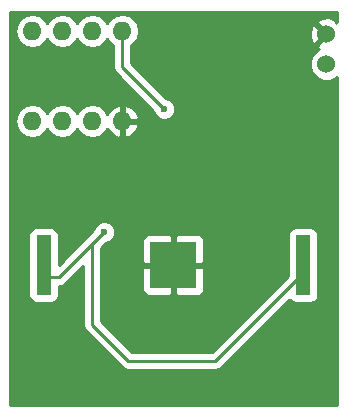
<source format=gbr>
G04 #@! TF.FileFunction,Copper,L2,Bot,Signal*
%FSLAX46Y46*%
G04 Gerber Fmt 4.6, Leading zero omitted, Abs format (unit mm)*
G04 Created by KiCad (PCBNEW 4.0.5+dfsg1-4) date Thu Mar 22 11:03:11 2018*
%MOMM*%
%LPD*%
G01*
G04 APERTURE LIST*
%ADD10C,0.100000*%
%ADD11R,3.960000X3.960000*%
%ADD12R,1.270000X5.080000*%
%ADD13O,1.600000X1.600000*%
%ADD14C,1.524000*%
%ADD15C,0.600000*%
%ADD16C,0.250000*%
%ADD17C,0.254000*%
G04 APERTURE END LIST*
D10*
D11*
X134874000Y-96266000D03*
D12*
X123889000Y-96266000D03*
X145859000Y-96266000D03*
D13*
X122936000Y-84074000D03*
X125476000Y-84074000D03*
X128016000Y-84074000D03*
X130556000Y-84074000D03*
X130556000Y-76454000D03*
X128016000Y-76454000D03*
X125476000Y-76454000D03*
X122936000Y-76454000D03*
D14*
X147828000Y-79248000D03*
X147828000Y-76708000D03*
D15*
X122428000Y-102616000D03*
X142494000Y-97790000D03*
X142494000Y-93726000D03*
X122174000Y-91186000D03*
X129032000Y-93472000D03*
X134112000Y-83058000D03*
D16*
X145785000Y-97300000D02*
X145524000Y-97300000D01*
X145524000Y-97300000D02*
X138430000Y-104394000D01*
X138430000Y-104394000D02*
X131064000Y-104394000D01*
X131064000Y-104394000D02*
X128016000Y-101346000D01*
X128016000Y-101346000D02*
X128016000Y-94488000D01*
X123815000Y-97300000D02*
X125204000Y-97300000D01*
X125204000Y-97300000D02*
X128016000Y-94488000D01*
X128016000Y-94488000D02*
X129032000Y-93472000D01*
X130556000Y-79502000D02*
X130556000Y-76454000D01*
X134112000Y-83058000D02*
X130556000Y-79502000D01*
D17*
G36*
X148717000Y-75639392D02*
X148628607Y-75727785D01*
X148559143Y-75485603D01*
X148035698Y-75298856D01*
X147480632Y-75326638D01*
X147096857Y-75485603D01*
X147027392Y-75727787D01*
X147828000Y-76528395D01*
X147842143Y-76514253D01*
X148021748Y-76693858D01*
X148007605Y-76708000D01*
X148021748Y-76722143D01*
X147842143Y-76901748D01*
X147828000Y-76887605D01*
X147027392Y-77688213D01*
X147096857Y-77930397D01*
X147237318Y-77980509D01*
X147037697Y-78062990D01*
X146644371Y-78455630D01*
X146431243Y-78968900D01*
X146430758Y-79524661D01*
X146642990Y-80038303D01*
X147035630Y-80431629D01*
X147548900Y-80644757D01*
X148104661Y-80645242D01*
X148618303Y-80433010D01*
X148717000Y-80334485D01*
X148717000Y-108077000D01*
X121031000Y-108077000D01*
X121031000Y-93726000D01*
X122606560Y-93726000D01*
X122606560Y-98806000D01*
X122650838Y-99041317D01*
X122789910Y-99257441D01*
X123002110Y-99402431D01*
X123254000Y-99453440D01*
X124524000Y-99453440D01*
X124759317Y-99409162D01*
X124975441Y-99270090D01*
X125120431Y-99057890D01*
X125171440Y-98806000D01*
X125171440Y-98060000D01*
X125204000Y-98060000D01*
X125494839Y-98002148D01*
X125741401Y-97837401D01*
X127256000Y-96322802D01*
X127256000Y-101346000D01*
X127313852Y-101636839D01*
X127478599Y-101883401D01*
X130526599Y-104931401D01*
X130773161Y-105096148D01*
X131064000Y-105154000D01*
X138430000Y-105154000D01*
X138720839Y-105096148D01*
X138967401Y-104931401D01*
X144713494Y-99185308D01*
X144759910Y-99257441D01*
X144972110Y-99402431D01*
X145224000Y-99453440D01*
X146494000Y-99453440D01*
X146729317Y-99409162D01*
X146945441Y-99270090D01*
X147090431Y-99057890D01*
X147141440Y-98806000D01*
X147141440Y-93726000D01*
X147097162Y-93490683D01*
X146958090Y-93274559D01*
X146745890Y-93129569D01*
X146494000Y-93078560D01*
X145224000Y-93078560D01*
X144988683Y-93122838D01*
X144772559Y-93261910D01*
X144627569Y-93474110D01*
X144576560Y-93726000D01*
X144576560Y-97172638D01*
X138115198Y-103634000D01*
X131378802Y-103634000D01*
X128776000Y-101031198D01*
X128776000Y-96551750D01*
X132259000Y-96551750D01*
X132259000Y-98372310D01*
X132355673Y-98605699D01*
X132534302Y-98784327D01*
X132767691Y-98881000D01*
X134588250Y-98881000D01*
X134747000Y-98722250D01*
X134747000Y-96393000D01*
X135001000Y-96393000D01*
X135001000Y-98722250D01*
X135159750Y-98881000D01*
X136980309Y-98881000D01*
X137213698Y-98784327D01*
X137392327Y-98605699D01*
X137489000Y-98372310D01*
X137489000Y-96551750D01*
X137330250Y-96393000D01*
X135001000Y-96393000D01*
X134747000Y-96393000D01*
X132417750Y-96393000D01*
X132259000Y-96551750D01*
X128776000Y-96551750D01*
X128776000Y-94802802D01*
X129171680Y-94407122D01*
X129217167Y-94407162D01*
X129560943Y-94265117D01*
X129666554Y-94159690D01*
X132259000Y-94159690D01*
X132259000Y-95980250D01*
X132417750Y-96139000D01*
X134747000Y-96139000D01*
X134747000Y-93809750D01*
X135001000Y-93809750D01*
X135001000Y-96139000D01*
X137330250Y-96139000D01*
X137489000Y-95980250D01*
X137489000Y-94159690D01*
X137392327Y-93926301D01*
X137213698Y-93747673D01*
X136980309Y-93651000D01*
X135159750Y-93651000D01*
X135001000Y-93809750D01*
X134747000Y-93809750D01*
X134588250Y-93651000D01*
X132767691Y-93651000D01*
X132534302Y-93747673D01*
X132355673Y-93926301D01*
X132259000Y-94159690D01*
X129666554Y-94159690D01*
X129824192Y-94002327D01*
X129966838Y-93658799D01*
X129967162Y-93286833D01*
X129825117Y-92943057D01*
X129562327Y-92679808D01*
X129218799Y-92537162D01*
X128846833Y-92536838D01*
X128503057Y-92678883D01*
X128239808Y-92941673D01*
X128097162Y-93285201D01*
X128097121Y-93332077D01*
X125171440Y-96257758D01*
X125171440Y-93726000D01*
X125127162Y-93490683D01*
X124988090Y-93274559D01*
X124775890Y-93129569D01*
X124524000Y-93078560D01*
X123254000Y-93078560D01*
X123018683Y-93122838D01*
X122802559Y-93261910D01*
X122657569Y-93474110D01*
X122606560Y-93726000D01*
X121031000Y-93726000D01*
X121031000Y-84045887D01*
X121501000Y-84045887D01*
X121501000Y-84102113D01*
X121610233Y-84651264D01*
X121921302Y-85116811D01*
X122386849Y-85427880D01*
X122936000Y-85537113D01*
X123485151Y-85427880D01*
X123950698Y-85116811D01*
X124206000Y-84734725D01*
X124461302Y-85116811D01*
X124926849Y-85427880D01*
X125476000Y-85537113D01*
X126025151Y-85427880D01*
X126490698Y-85116811D01*
X126746000Y-84734725D01*
X127001302Y-85116811D01*
X127466849Y-85427880D01*
X128016000Y-85537113D01*
X128565151Y-85427880D01*
X129030698Y-85116811D01*
X129300986Y-84712297D01*
X129403611Y-84929134D01*
X129818577Y-85305041D01*
X130206961Y-85465904D01*
X130429000Y-85343915D01*
X130429000Y-84201000D01*
X130683000Y-84201000D01*
X130683000Y-85343915D01*
X130905039Y-85465904D01*
X131293423Y-85305041D01*
X131708389Y-84929134D01*
X131947914Y-84423041D01*
X131826629Y-84201000D01*
X130683000Y-84201000D01*
X130429000Y-84201000D01*
X130409000Y-84201000D01*
X130409000Y-83947000D01*
X130429000Y-83947000D01*
X130429000Y-82804085D01*
X130683000Y-82804085D01*
X130683000Y-83947000D01*
X131826629Y-83947000D01*
X131947914Y-83724959D01*
X131708389Y-83218866D01*
X131293423Y-82842959D01*
X130905039Y-82682096D01*
X130683000Y-82804085D01*
X130429000Y-82804085D01*
X130206961Y-82682096D01*
X129818577Y-82842959D01*
X129403611Y-83218866D01*
X129300986Y-83435703D01*
X129030698Y-83031189D01*
X128565151Y-82720120D01*
X128016000Y-82610887D01*
X127466849Y-82720120D01*
X127001302Y-83031189D01*
X126746000Y-83413275D01*
X126490698Y-83031189D01*
X126025151Y-82720120D01*
X125476000Y-82610887D01*
X124926849Y-82720120D01*
X124461302Y-83031189D01*
X124206000Y-83413275D01*
X123950698Y-83031189D01*
X123485151Y-82720120D01*
X122936000Y-82610887D01*
X122386849Y-82720120D01*
X121921302Y-83031189D01*
X121610233Y-83496736D01*
X121501000Y-84045887D01*
X121031000Y-84045887D01*
X121031000Y-76425887D01*
X121501000Y-76425887D01*
X121501000Y-76482113D01*
X121610233Y-77031264D01*
X121921302Y-77496811D01*
X122386849Y-77807880D01*
X122936000Y-77917113D01*
X123485151Y-77807880D01*
X123950698Y-77496811D01*
X124206000Y-77114725D01*
X124461302Y-77496811D01*
X124926849Y-77807880D01*
X125476000Y-77917113D01*
X126025151Y-77807880D01*
X126490698Y-77496811D01*
X126746000Y-77114725D01*
X127001302Y-77496811D01*
X127466849Y-77807880D01*
X128016000Y-77917113D01*
X128565151Y-77807880D01*
X129030698Y-77496811D01*
X129286000Y-77114725D01*
X129541302Y-77496811D01*
X129796000Y-77666995D01*
X129796000Y-79502000D01*
X129853852Y-79792839D01*
X130018599Y-80039401D01*
X133176878Y-83197680D01*
X133176838Y-83243167D01*
X133318883Y-83586943D01*
X133581673Y-83850192D01*
X133925201Y-83992838D01*
X134297167Y-83993162D01*
X134640943Y-83851117D01*
X134904192Y-83588327D01*
X135046838Y-83244799D01*
X135047162Y-82872833D01*
X134905117Y-82529057D01*
X134642327Y-82265808D01*
X134298799Y-82123162D01*
X134251923Y-82123121D01*
X131316000Y-79187198D01*
X131316000Y-77666995D01*
X131570698Y-77496811D01*
X131881767Y-77031264D01*
X131987381Y-76500302D01*
X146418856Y-76500302D01*
X146446638Y-77055368D01*
X146605603Y-77439143D01*
X146847787Y-77508608D01*
X147648395Y-76708000D01*
X146847787Y-75907392D01*
X146605603Y-75976857D01*
X146418856Y-76500302D01*
X131987381Y-76500302D01*
X131991000Y-76482113D01*
X131991000Y-76425887D01*
X131881767Y-75876736D01*
X131570698Y-75411189D01*
X131105151Y-75100120D01*
X130556000Y-74990887D01*
X130006849Y-75100120D01*
X129541302Y-75411189D01*
X129286000Y-75793275D01*
X129030698Y-75411189D01*
X128565151Y-75100120D01*
X128016000Y-74990887D01*
X127466849Y-75100120D01*
X127001302Y-75411189D01*
X126746000Y-75793275D01*
X126490698Y-75411189D01*
X126025151Y-75100120D01*
X125476000Y-74990887D01*
X124926849Y-75100120D01*
X124461302Y-75411189D01*
X124206000Y-75793275D01*
X123950698Y-75411189D01*
X123485151Y-75100120D01*
X122936000Y-74990887D01*
X122386849Y-75100120D01*
X121921302Y-75411189D01*
X121610233Y-75876736D01*
X121501000Y-76425887D01*
X121031000Y-76425887D01*
X121031000Y-74803000D01*
X148717000Y-74803000D01*
X148717000Y-75639392D01*
X148717000Y-75639392D01*
G37*
X148717000Y-75639392D02*
X148628607Y-75727785D01*
X148559143Y-75485603D01*
X148035698Y-75298856D01*
X147480632Y-75326638D01*
X147096857Y-75485603D01*
X147027392Y-75727787D01*
X147828000Y-76528395D01*
X147842143Y-76514253D01*
X148021748Y-76693858D01*
X148007605Y-76708000D01*
X148021748Y-76722143D01*
X147842143Y-76901748D01*
X147828000Y-76887605D01*
X147027392Y-77688213D01*
X147096857Y-77930397D01*
X147237318Y-77980509D01*
X147037697Y-78062990D01*
X146644371Y-78455630D01*
X146431243Y-78968900D01*
X146430758Y-79524661D01*
X146642990Y-80038303D01*
X147035630Y-80431629D01*
X147548900Y-80644757D01*
X148104661Y-80645242D01*
X148618303Y-80433010D01*
X148717000Y-80334485D01*
X148717000Y-108077000D01*
X121031000Y-108077000D01*
X121031000Y-93726000D01*
X122606560Y-93726000D01*
X122606560Y-98806000D01*
X122650838Y-99041317D01*
X122789910Y-99257441D01*
X123002110Y-99402431D01*
X123254000Y-99453440D01*
X124524000Y-99453440D01*
X124759317Y-99409162D01*
X124975441Y-99270090D01*
X125120431Y-99057890D01*
X125171440Y-98806000D01*
X125171440Y-98060000D01*
X125204000Y-98060000D01*
X125494839Y-98002148D01*
X125741401Y-97837401D01*
X127256000Y-96322802D01*
X127256000Y-101346000D01*
X127313852Y-101636839D01*
X127478599Y-101883401D01*
X130526599Y-104931401D01*
X130773161Y-105096148D01*
X131064000Y-105154000D01*
X138430000Y-105154000D01*
X138720839Y-105096148D01*
X138967401Y-104931401D01*
X144713494Y-99185308D01*
X144759910Y-99257441D01*
X144972110Y-99402431D01*
X145224000Y-99453440D01*
X146494000Y-99453440D01*
X146729317Y-99409162D01*
X146945441Y-99270090D01*
X147090431Y-99057890D01*
X147141440Y-98806000D01*
X147141440Y-93726000D01*
X147097162Y-93490683D01*
X146958090Y-93274559D01*
X146745890Y-93129569D01*
X146494000Y-93078560D01*
X145224000Y-93078560D01*
X144988683Y-93122838D01*
X144772559Y-93261910D01*
X144627569Y-93474110D01*
X144576560Y-93726000D01*
X144576560Y-97172638D01*
X138115198Y-103634000D01*
X131378802Y-103634000D01*
X128776000Y-101031198D01*
X128776000Y-96551750D01*
X132259000Y-96551750D01*
X132259000Y-98372310D01*
X132355673Y-98605699D01*
X132534302Y-98784327D01*
X132767691Y-98881000D01*
X134588250Y-98881000D01*
X134747000Y-98722250D01*
X134747000Y-96393000D01*
X135001000Y-96393000D01*
X135001000Y-98722250D01*
X135159750Y-98881000D01*
X136980309Y-98881000D01*
X137213698Y-98784327D01*
X137392327Y-98605699D01*
X137489000Y-98372310D01*
X137489000Y-96551750D01*
X137330250Y-96393000D01*
X135001000Y-96393000D01*
X134747000Y-96393000D01*
X132417750Y-96393000D01*
X132259000Y-96551750D01*
X128776000Y-96551750D01*
X128776000Y-94802802D01*
X129171680Y-94407122D01*
X129217167Y-94407162D01*
X129560943Y-94265117D01*
X129666554Y-94159690D01*
X132259000Y-94159690D01*
X132259000Y-95980250D01*
X132417750Y-96139000D01*
X134747000Y-96139000D01*
X134747000Y-93809750D01*
X135001000Y-93809750D01*
X135001000Y-96139000D01*
X137330250Y-96139000D01*
X137489000Y-95980250D01*
X137489000Y-94159690D01*
X137392327Y-93926301D01*
X137213698Y-93747673D01*
X136980309Y-93651000D01*
X135159750Y-93651000D01*
X135001000Y-93809750D01*
X134747000Y-93809750D01*
X134588250Y-93651000D01*
X132767691Y-93651000D01*
X132534302Y-93747673D01*
X132355673Y-93926301D01*
X132259000Y-94159690D01*
X129666554Y-94159690D01*
X129824192Y-94002327D01*
X129966838Y-93658799D01*
X129967162Y-93286833D01*
X129825117Y-92943057D01*
X129562327Y-92679808D01*
X129218799Y-92537162D01*
X128846833Y-92536838D01*
X128503057Y-92678883D01*
X128239808Y-92941673D01*
X128097162Y-93285201D01*
X128097121Y-93332077D01*
X125171440Y-96257758D01*
X125171440Y-93726000D01*
X125127162Y-93490683D01*
X124988090Y-93274559D01*
X124775890Y-93129569D01*
X124524000Y-93078560D01*
X123254000Y-93078560D01*
X123018683Y-93122838D01*
X122802559Y-93261910D01*
X122657569Y-93474110D01*
X122606560Y-93726000D01*
X121031000Y-93726000D01*
X121031000Y-84045887D01*
X121501000Y-84045887D01*
X121501000Y-84102113D01*
X121610233Y-84651264D01*
X121921302Y-85116811D01*
X122386849Y-85427880D01*
X122936000Y-85537113D01*
X123485151Y-85427880D01*
X123950698Y-85116811D01*
X124206000Y-84734725D01*
X124461302Y-85116811D01*
X124926849Y-85427880D01*
X125476000Y-85537113D01*
X126025151Y-85427880D01*
X126490698Y-85116811D01*
X126746000Y-84734725D01*
X127001302Y-85116811D01*
X127466849Y-85427880D01*
X128016000Y-85537113D01*
X128565151Y-85427880D01*
X129030698Y-85116811D01*
X129300986Y-84712297D01*
X129403611Y-84929134D01*
X129818577Y-85305041D01*
X130206961Y-85465904D01*
X130429000Y-85343915D01*
X130429000Y-84201000D01*
X130683000Y-84201000D01*
X130683000Y-85343915D01*
X130905039Y-85465904D01*
X131293423Y-85305041D01*
X131708389Y-84929134D01*
X131947914Y-84423041D01*
X131826629Y-84201000D01*
X130683000Y-84201000D01*
X130429000Y-84201000D01*
X130409000Y-84201000D01*
X130409000Y-83947000D01*
X130429000Y-83947000D01*
X130429000Y-82804085D01*
X130683000Y-82804085D01*
X130683000Y-83947000D01*
X131826629Y-83947000D01*
X131947914Y-83724959D01*
X131708389Y-83218866D01*
X131293423Y-82842959D01*
X130905039Y-82682096D01*
X130683000Y-82804085D01*
X130429000Y-82804085D01*
X130206961Y-82682096D01*
X129818577Y-82842959D01*
X129403611Y-83218866D01*
X129300986Y-83435703D01*
X129030698Y-83031189D01*
X128565151Y-82720120D01*
X128016000Y-82610887D01*
X127466849Y-82720120D01*
X127001302Y-83031189D01*
X126746000Y-83413275D01*
X126490698Y-83031189D01*
X126025151Y-82720120D01*
X125476000Y-82610887D01*
X124926849Y-82720120D01*
X124461302Y-83031189D01*
X124206000Y-83413275D01*
X123950698Y-83031189D01*
X123485151Y-82720120D01*
X122936000Y-82610887D01*
X122386849Y-82720120D01*
X121921302Y-83031189D01*
X121610233Y-83496736D01*
X121501000Y-84045887D01*
X121031000Y-84045887D01*
X121031000Y-76425887D01*
X121501000Y-76425887D01*
X121501000Y-76482113D01*
X121610233Y-77031264D01*
X121921302Y-77496811D01*
X122386849Y-77807880D01*
X122936000Y-77917113D01*
X123485151Y-77807880D01*
X123950698Y-77496811D01*
X124206000Y-77114725D01*
X124461302Y-77496811D01*
X124926849Y-77807880D01*
X125476000Y-77917113D01*
X126025151Y-77807880D01*
X126490698Y-77496811D01*
X126746000Y-77114725D01*
X127001302Y-77496811D01*
X127466849Y-77807880D01*
X128016000Y-77917113D01*
X128565151Y-77807880D01*
X129030698Y-77496811D01*
X129286000Y-77114725D01*
X129541302Y-77496811D01*
X129796000Y-77666995D01*
X129796000Y-79502000D01*
X129853852Y-79792839D01*
X130018599Y-80039401D01*
X133176878Y-83197680D01*
X133176838Y-83243167D01*
X133318883Y-83586943D01*
X133581673Y-83850192D01*
X133925201Y-83992838D01*
X134297167Y-83993162D01*
X134640943Y-83851117D01*
X134904192Y-83588327D01*
X135046838Y-83244799D01*
X135047162Y-82872833D01*
X134905117Y-82529057D01*
X134642327Y-82265808D01*
X134298799Y-82123162D01*
X134251923Y-82123121D01*
X131316000Y-79187198D01*
X131316000Y-77666995D01*
X131570698Y-77496811D01*
X131881767Y-77031264D01*
X131987381Y-76500302D01*
X146418856Y-76500302D01*
X146446638Y-77055368D01*
X146605603Y-77439143D01*
X146847787Y-77508608D01*
X147648395Y-76708000D01*
X146847787Y-75907392D01*
X146605603Y-75976857D01*
X146418856Y-76500302D01*
X131987381Y-76500302D01*
X131991000Y-76482113D01*
X131991000Y-76425887D01*
X131881767Y-75876736D01*
X131570698Y-75411189D01*
X131105151Y-75100120D01*
X130556000Y-74990887D01*
X130006849Y-75100120D01*
X129541302Y-75411189D01*
X129286000Y-75793275D01*
X129030698Y-75411189D01*
X128565151Y-75100120D01*
X128016000Y-74990887D01*
X127466849Y-75100120D01*
X127001302Y-75411189D01*
X126746000Y-75793275D01*
X126490698Y-75411189D01*
X126025151Y-75100120D01*
X125476000Y-74990887D01*
X124926849Y-75100120D01*
X124461302Y-75411189D01*
X124206000Y-75793275D01*
X123950698Y-75411189D01*
X123485151Y-75100120D01*
X122936000Y-74990887D01*
X122386849Y-75100120D01*
X121921302Y-75411189D01*
X121610233Y-75876736D01*
X121501000Y-76425887D01*
X121031000Y-76425887D01*
X121031000Y-74803000D01*
X148717000Y-74803000D01*
X148717000Y-75639392D01*
M02*

</source>
